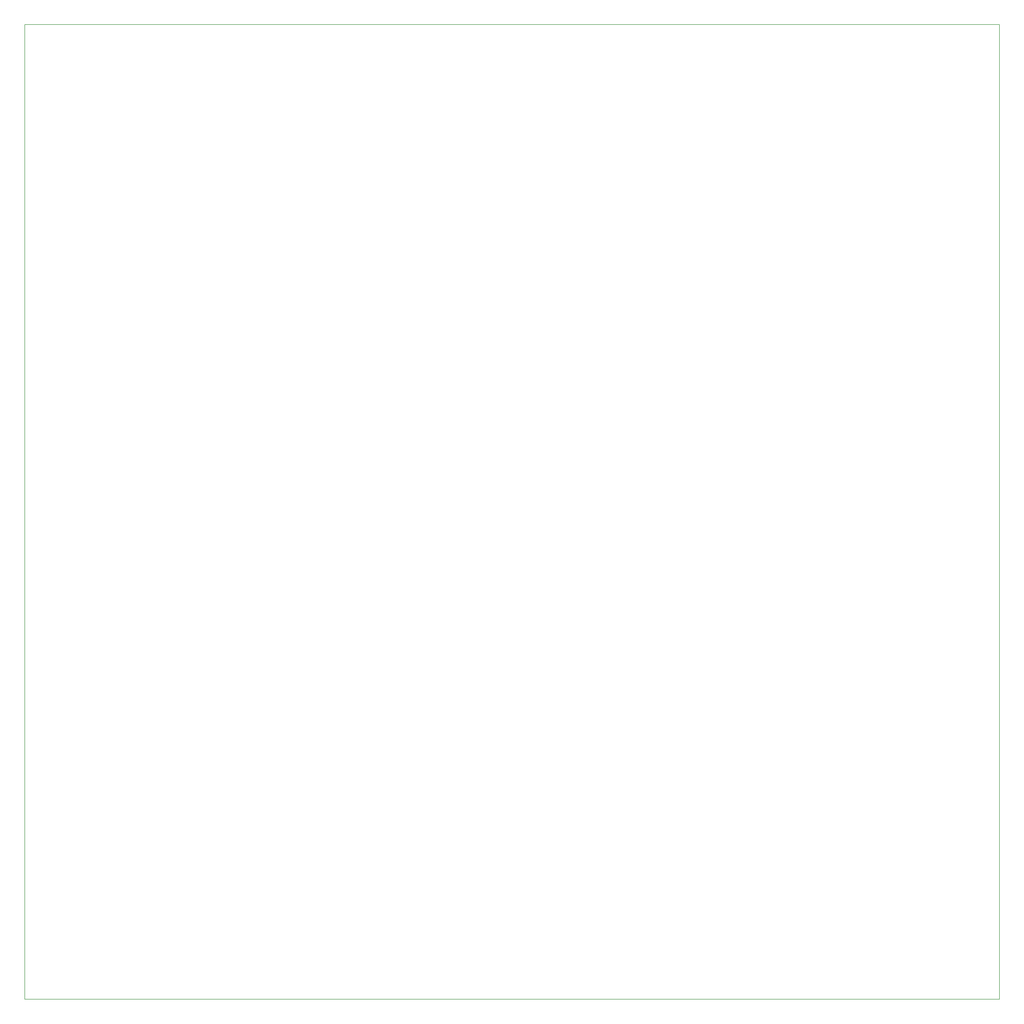
<source format=gm1>
G04 MADE WITH FRITZING*
G04 WWW.FRITZING.ORG*
G04 DOUBLE SIDED*
G04 HOLES PLATED*
G04 CONTOUR ON CENTER OF CONTOUR VECTOR*
%ASAXBY*%
%FSLAX23Y23*%
%MOIN*%
%OFA0B0*%
%SFA1.0B1.0*%
%ADD10R,13.385800X13.385800*%
%ADD11C,0.008000*%
%ADD10C,0.008*%
%LNCONTOUR*%
G90*
G70*
G54D10*
G54D11*
X4Y13382D02*
X13382Y13382D01*
X13382Y4D01*
X4Y4D01*
X4Y13382D01*
D02*
G04 End of contour*
M02*
</source>
